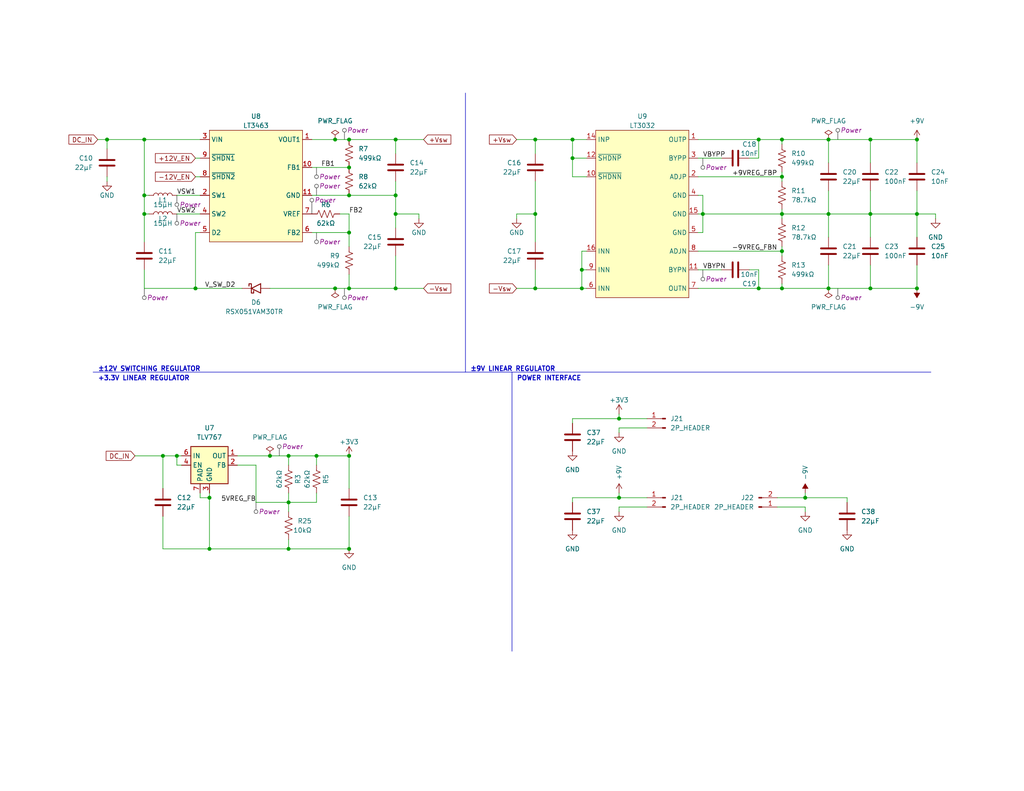
<source format=kicad_sch>
(kicad_sch (version 20230121) (generator eeschema)
  (paper "USLetter")
  (title_block (title "Baseboard") (date "2023-04-28") (rev "A") (company "Alessandro Rizzoni") (comment 1 "SCHEMATIC") (comment 2 "DRAFT") (comment 3 "AIR") (comment 5 "1: ALL COMPONENTS 25V RATING OR GREATER") (comment 6 "2: ALL RESISTORS LOW NOISE THIN FILM, 1% TOLERANCE OR SMALLER, 1/10W RATING OR GREATER") (comment 7 "3: ALL CAPACITORS MLCC, X5R OR X7R DIELECTRIC, 10% TOLERANCE OR SMALLER") (comment 8 "4: DO NOT POPULATE NOTE --TODO--") (comment 9 "5: PCB LAYOUT ACCORDING TO DATASHEET FOR ALL COMPONENTS"))
  (lib_symbols
    (symbol "+9V_1" (power) (pin_names (offset 0))
      (property "Value" "+9V_1" (at 0 3.556 0))
      (symbol "+9V_1_0_1"
        (polyline (pts (xy -0.762 1.27) (xy 0 2.54)))
        (polyline (pts (xy 0 0) (xy 0 2.54)))
        (polyline (pts (xy 0 2.54) (xy 0.762 1.27)))
      )
      (symbol "+9V_1_1_1"
        (pin power_in line (at 0 0 90) (length 0) hide (name "+9V") (number "1"))
      )
    )
    (symbol "-9V_1" (power) (pin_names (offset 0))
      (property "Value" "-9V_1" (at 0 3.81 0))
      (symbol "-9V_1_0_1"
        (polyline (pts (xy 0 0) (xy 0 2.54)))
        (polyline (pts (xy 0.762 1.27) (xy -0.762 1.27) (xy 0 2.54) (xy 0.762 1.27)) (fill (type outline)))
      )
      (symbol "-9V_1_1_1"
        (pin power_in line (at 0 0 90) (length 0) hide (name "-9V") (number "1"))
      )
    )
    (symbol "Connector:Conn_01x02_Male" (pin_names (offset 1.016) hide)
      (property "Reference" "J" (at 0 2.54 0))
      (property "Value" "Conn_01x02_Male" (at 0 -5.08 0))
      (symbol "Conn_01x02_Male_1_1"
        (polyline (pts (xy 1.27 -2.54) (xy 0.8636 -2.54)) (stroke (width 0.1524)))
        (polyline (pts (xy 1.27 0) (xy 0.8636 0)) (stroke (width 0.1524)))
        (rectangle (start 0.8636 -2.413) (end 0 -2.667) (stroke (width 0.1524)) (fill (type outline)))
        (rectangle (start 0.8636 0.127) (end 0 -0.127) (stroke (width 0.1524)) (fill (type outline)))
        (pin passive line (at 5.08 0 180) (length 3.81) (name "Pin_1") (number "1"))
        (pin passive line (at 5.08 -2.54 180) (length 3.81) (name "Pin_2") (number "2"))
      )
    )
    (symbol "Device:C" (pin_numbers hide) (pin_names (offset 0.254))
      (property "Reference" "C" (at 0.635 2.54 0))
      (property "Value" "C" (at 0.635 -2.54 0))
      (symbol "C_0_1"
        (polyline (pts (xy -2.032 -0.762) (xy 2.032 -0.762)) (stroke (width 0.508)))
        (polyline (pts (xy -2.032 0.762) (xy 2.032 0.762)) (stroke (width 0.508)))
      )
      (symbol "C_1_1"
        (pin passive line (at 0 3.81 270) (length 2.794) (name "~") (number "1"))
        (pin passive line (at 0 -3.81 90) (length 2.794) (name "~") (number "2"))
      )
    )
    (symbol "Device:L" (pin_numbers hide) (pin_names (offset 1.016) hide)
      (property "Reference" "L" (at -1.27 0 90))
      (property "Value" "L" (at 1.905 0 90))
      (symbol "L_0_1"
        (arc (start 0 -2.54) (mid 0.6323 -1.905) (end 0 -1.27))
        (arc (start 0 -1.27) (mid 0.6323 -0.635) (end 0 0))
        (arc (start 0 0) (mid 0.6323 0.635) (end 0 1.27))
        (arc (start 0 1.27) (mid 0.6323 1.905) (end 0 2.54))
      )
      (symbol "L_1_1"
        (pin passive line (at 0 3.81 270) (length 1.27) (name "1") (number "1"))
        (pin passive line (at 0 -3.81 90) (length 1.27) (name "2") (number "2"))
      )
    )
    (symbol "Device:R_US" (pin_numbers hide) (pin_names (offset 0))
      (property "Reference" "R" (at 2.54 0 90))
      (property "Value" "R_US" (at -2.54 0 90))
      (symbol "R_US_0_1"
        (polyline (pts (xy 0 -2.286) (xy 0 -2.54)))
        (polyline (pts (xy 0 2.286) (xy 0 2.54)))
        (polyline (pts (xy 0 -0.762) (xy 1.016 -1.143) (xy 0 -1.524) (xy -1.016 -1.905) (xy 0 -2.286)))
        (polyline (pts (xy 0 0.762) (xy 1.016 0.381) (xy 0 0) (xy -1.016 -0.381) (xy 0 -0.762)))
        (polyline (pts (xy 0 2.286) (xy 1.016 1.905) (xy 0 1.524) (xy -1.016 1.143) (xy 0 0.762)))
      )
      (symbol "R_US_1_1"
        (pin passive line (at 0 3.81 270) (length 1.27) (name "~") (number "1"))
        (pin passive line (at 0 -3.81 90) (length 1.27) (name "~") (number "2"))
      )
    )
    (symbol "Library:Ground" (power) (pin_names (offset 0))
      (property "Value" "Ground" (at 0 -3.81 0))
      (symbol "Ground_0_1"
        (polyline (pts (xy 0 0) (xy 0 -1.27) (xy 1.27 -1.27) (xy 0 -2.54) (xy -1.27 -1.27) (xy 0 -1.27)))
      )
      (symbol "Ground_1_1"
        (pin power_in line (at 0 0 270) (length 0) hide (name "GND") (number "1"))
      )
    )
    (symbol "Library:LT3032"
      (property "Reference" "U" (at 0 26.67 0))
      (property "Value" "LT3032" (at 0 24.13 0))
      (symbol "LT3032_0_0"
        (pin unspecified line (at 15.24 20.32 180) (length 2.54) (name "OUTP") (number "1"))
        (pin unspecified line (at 15.24 -15.24 180) (length 2.54) (name "BYPN") (number "11"))
        (pin unspecified line (at -15.24 15.24 0) (length 2.54) (name "~{SHDNP}") (number "12"))
        (pin no_connect line (at -15.24 0 0) (length 2.54) hide (name "NC") (number "13"))
        (pin unspecified line (at -15.24 20.32 0) (length 2.54) (name "INP") (number "14"))
        (pin unspecified line (at 15.24 0 180) (length 2.54) (name "GND") (number "15"))
        (pin unspecified line (at -15.24 -10.16 0) (length 2.54) (name "INN") (number "16"))
        (pin unspecified line (at 15.24 10.16 180) (length 2.54) (name "ADJP") (number "2"))
        (pin unspecified line (at 15.24 15.24 180) (length 2.54) (name "BYPP") (number "3"))
        (pin unspecified line (at 15.24 5.08 180) (length 2.54) (name "GND") (number "4"))
        (pin unspecified line (at 15.24 -5.08 180) (length 2.54) (name "GND") (number "5"))
        (pin unspecified line (at -15.24 -20.32 0) (length 2.54) (name "INN") (number "6"))
        (pin unspecified line (at 15.24 -20.32 180) (length 2.54) (name "OUTN") (number "7"))
        (pin unspecified line (at 15.24 -10.16 180) (length 2.54) (name "ADJN") (number "8"))
        (pin unspecified line (at -15.24 -15.24 0) (length 2.54) (name "INN") (number "9"))
      )
      (symbol "LT3032_0_1"
        (rectangle (start -12.7 22.86) (end 12.7 -22.86) (fill (type background)))
      )
      (symbol "LT3032_1_0"
        (pin unspecified line (at -15.24 10.16 0) (length 2.54) (name "~{SHDNN}") (number "10"))
      )
    )
    (symbol "Library:LT3463"
      (property "Reference" "U" (at 0 16.51 0))
      (property "Value" "LT3463" (at 0 13.97 0))
      (symbol "LT3463_0_1"
        (rectangle (start -12.7 12.7) (end 12.7 -17.78) (fill (type background)))
      )
      (symbol "LT3463_1_1"
        (pin unspecified line (at 15.24 10.16 180) (length 2.54) (name "VOUT1") (number "1"))
        (pin unspecified line (at 15.24 2.54 180) (length 2.54) (name "FB1") (number "10"))
        (pin power_in line (at 15.24 -5.08 180) (length 2.54) (name "GND") (number "11"))
        (pin unspecified line (at -15.24 -5.08 0) (length 2.54) (name "SW1") (number "2"))
        (pin power_in line (at -15.24 10.16 0) (length 2.54) (name "VIN") (number "3"))
        (pin unspecified line (at -15.24 -10.16 0) (length 2.54) (name "SW2") (number "4"))
        (pin unspecified line (at -15.24 -15.24 0) (length 2.54) (name "D2") (number "5"))
        (pin unspecified line (at 15.24 -15.24 180) (length 2.54) (name "FB2") (number "6"))
        (pin unspecified line (at 15.24 -10.16 180) (length 2.54) (name "VREF") (number "7"))
        (pin unspecified line (at -15.24 0 0) (length 2.54) (name "~{SHDN2}") (number "8"))
        (pin unspecified line (at -15.24 5.08 0) (length 2.54) (name "~{SHDN1}") (number "9"))
      )
    )
    (symbol "Library:RSX051VAM30TR" (pin_numbers hide) (pin_names (offset 1.016) hide)
      (property "Reference" "D5" (at 0 -3.81 0))
      (property "Value" "RSX051VAM30TR " (at 0 -6.35 0))
      (symbol "RSX051VAM30TR_0_1"
        (polyline (pts (xy 1.27 1.27) (xy 1.27 -1.27) (xy -1.27 0) (xy 1.27 1.27)) (stroke (width 0.254)))
        (polyline (pts (xy -1.905 0.635) (xy -1.905 1.27) (xy -1.27 1.27) (xy -1.27 -1.27) (xy -0.635 -1.27) (xy -0.635 -0.635)) (stroke (width 0.254)))
      )
      (symbol "RSX051VAM30TR_1_1"
        (pin passive line (at -3.81 0 0) (length 2.54) (name "K") (number "1"))
        (pin passive line (at 3.81 0 180) (length 2.54) (name "A") (number "2"))
      )
    )
    (symbol "PWR_FLAG_1" (power) (pin_numbers hide) (pin_names (offset 0) hide)
      (property "Value" "PWR_FLAG_1" (at 0 3.81 0))
      (symbol "PWR_FLAG_1_0_0"
        (pin power_out line (at 0 0 90) (length 0) (name "pwr") (number "1"))
      )
      (symbol "PWR_FLAG_1_0_1"
        (polyline (pts (xy 0 0) (xy 0 1.27) (xy -1.016 1.905) (xy 0 2.54) (xy 1.016 1.905) (xy 0 1.27)))
      )
    )
    (symbol "PWR_FLAG_2" (power) (pin_numbers hide) (pin_names (offset 0) hide)
      (property "Value" "PWR_FLAG_2" (at 0 3.81 0))
      (symbol "PWR_FLAG_2_0_0"
        (pin power_out line (at 0 0 90) (length 0) (name "pwr") (number "1"))
      )
      (symbol "PWR_FLAG_2_0_1"
        (polyline (pts (xy 0 0) (xy 0 1.27) (xy -1.016 1.905) (xy 0 2.54) (xy 1.016 1.905) (xy 0 1.27)))
      )
    )
    (symbol "PWR_FLAG_3" (power) (pin_numbers hide) (pin_names (offset 0) hide)
      (property "Value" "PWR_FLAG_3" (at 0 3.81 0))
      (symbol "PWR_FLAG_3_0_0"
        (pin power_out line (at 0 0 90) (length 0) (name "pwr") (number "1"))
      )
      (symbol "PWR_FLAG_3_0_1"
        (polyline (pts (xy 0 0) (xy 0 1.27) (xy -1.016 1.905) (xy 0 2.54) (xy 1.016 1.905) (xy 0 1.27)))
      )
    )
    (symbol "PWR_FLAG_4" (power) (pin_numbers hide) (pin_names (offset 0) hide)
      (property "Value" "PWR_FLAG_4" (at 0 3.81 0))
      (symbol "PWR_FLAG_4_0_0"
        (pin power_out line (at 0 0 90) (length 0) (name "pwr") (number "1"))
      )
      (symbol "PWR_FLAG_4_0_1"
        (polyline (pts (xy 0 0) (xy 0 1.27) (xy -1.016 1.905) (xy 0 2.54) (xy 1.016 1.905) (xy 0 1.27)))
      )
    )
    (symbol "Regulator_Linear:TLV76701DRVx"
      (property "Reference" "U" (at 0 8.89 0))
      (property "Value" "TLV76701DRVx" (at 0 6.35 0))
      (symbol "TLV76701DRVx_0_1"
        (rectangle (start -5.08 -5.08) (end 5.08 5.08) (stroke (width 0.254)) (fill (type background)))
      )
      (symbol "TLV76701DRVx_1_1"
        (pin power_out line (at 7.62 2.54 180) (length 2.54) (name "OUT") (number "1"))
        (pin input line (at 7.62 0 180) (length 2.54) (name "FB") (number "2"))
        (pin power_in line (at 0 -7.62 90) (length 2.54) (name "GND") (number "3"))
        (pin input line (at -7.62 0 0) (length 2.54) (name "EN") (number "4"))
        (pin passive line (at 0 -7.62 90) (length 2.54) hide (name "GND") (number "5"))
        (pin power_in line (at -7.62 2.54 0) (length 2.54) (name "IN") (number "6"))
        (pin passive line (at -2.54 -7.62 90) (length 2.54) (name "PAD") (number "7"))
      )
    )
    (symbol "power:+3V3" (power) (pin_names (offset 0))
      (property "Value" "+3V3" (at 0 3.556 0))
      (symbol "+3V3_0_1"
        (polyline (pts (xy -0.762 1.27) (xy 0 2.54)))
        (polyline (pts (xy 0 0) (xy 0 2.54)))
        (polyline (pts (xy 0 2.54) (xy 0.762 1.27)))
      )
      (symbol "+3V3_1_1"
        (pin power_in line (at 0 0 90) (length 0) hide (name "+3V3") (number "1"))
      )
    )
    (symbol "power:+9V" (power) (pin_names (offset 0))
      (property "Value" "+9V" (at 0 3.556 0))
      (symbol "+9V_0_1"
        (polyline (pts (xy -0.762 1.27) (xy 0 2.54)))
        (polyline (pts (xy 0 0) (xy 0 2.54)))
        (polyline (pts (xy 0 2.54) (xy 0.762 1.27)))
      )
      (symbol "+9V_1_1"
        (pin power_in line (at 0 0 90) (length 0) hide (name "+9V") (number "1"))
      )
    )
    (symbol "power:-9V" (power) (pin_names (offset 0))
      (property "Value" "-9V" (at 0 3.81 0))
      (symbol "-9V_0_1"
        (polyline (pts (xy 0 0) (xy 0 2.54)))
        (polyline (pts (xy 0.762 1.27) (xy -0.762 1.27) (xy 0 2.54) (xy 0.762 1.27)) (fill (type outline)))
      )
      (symbol "-9V_1_1"
        (pin power_in line (at 0 0 90) (length 0) hide (name "-9V") (number "1"))
      )
    )
    (symbol "power:PWR_FLAG" (power) (pin_numbers hide) (pin_names (offset 0) hide)
      (property "Value" "PWR_FLAG" (at 0 3.81 0))
      (symbol "PWR_FLAG_0_0"
        (pin power_out line (at 0 0 90) (length 0) (name "pwr") (number "1"))
      )
      (symbol "PWR_FLAG_0_1"
        (polyline (pts (xy 0 0) (xy 0 1.27) (xy -1.016 1.905) (xy 0 2.54) (xy 1.016 1.905) (xy 0 1.27)))
      )
    )
  )
  (junction (at 53.34 78.74))
  (junction (at 219.71 135.89))
  (junction (at 73.66 124.46))
  (junction (at 226.06 58.42))
  (junction (at 213.36 58.42))
  (junction (at 95.25 38.1))
  (junction (at 86.36 124.46))
  (junction (at 95.25 63.5))
  (junction (at 213.36 68.58))
  (junction (at 237.49 58.42))
  (junction (at 95.25 53.34))
  (junction (at 107.95 58.42))
  (junction (at 146.05 58.42))
  (junction (at 39.37 38.1))
  (junction (at 207.01 78.74))
  (junction (at 158.75 78.74))
  (junction (at 156.21 38.1))
  (junction (at 57.15 135.89))
  (junction (at 168.91 114.3))
  (junction (at 226.06 78.74))
  (junction (at 191.77 58.42))
  (junction (at 107.95 38.1))
  (junction (at 39.37 53.34))
  (junction (at 213.36 78.74))
  (junction (at 146.05 38.1))
  (junction (at 29.21 38.1))
  (junction (at 207.01 38.1))
  (junction (at 39.37 58.42))
  (junction (at 48.26 124.46))
  (junction (at 237.49 78.74))
  (junction (at 250.19 38.1))
  (junction (at 107.95 53.34))
  (junction (at 107.95 78.74))
  (junction (at 91.44 78.74))
  (junction (at 226.06 38.1))
  (junction (at 213.36 48.26))
  (junction (at 250.19 78.74))
  (junction (at 78.74 149.86))
  (junction (at 95.25 124.46))
  (junction (at 44.45 124.46))
  (junction (at 78.74 137.16))
  (junction (at 213.36 38.1))
  (junction (at 57.15 149.86))
  (junction (at 95.25 149.86))
  (junction (at 78.74 124.46))
  (junction (at 146.05 78.74))
  (junction (at 168.91 135.89))
  (junction (at 158.75 73.66))
  (junction (at 95.25 78.74))
  (junction (at 237.49 38.1))
  (junction (at 250.19 58.42))
  (junction (at 95.25 45.72))
  (junction (at 91.44 38.1))
  (junction (at 156.21 43.18))
  (wire (pts (xy 54.61 135.89) (xy 57.15 135.89)))
  (wire (pts (xy 57.15 134.62) (xy 57.15 135.89)))
  (wire (pts (xy 207.01 73.66) (xy 207.01 78.74)))
  (wire (pts (xy 69.85 127) (xy 69.85 137.16)))
  (wire (pts (xy 213.36 68.58) (xy 213.36 69.85)))
  (wire (pts (xy 107.95 49.53) (xy 107.95 53.34)))
  (wire (pts (xy 78.74 124.46) (xy 78.74 127)))
  (wire (pts (xy 78.74 149.86) (xy 95.25 149.86)))
  (wire (pts (xy 146.05 38.1) (xy 156.21 38.1)))
  (wire (pts (xy 191.77 63.5) (xy 190.5 63.5)))
  (wire (pts (xy 255.27 58.42) (xy 255.27 59.69)))
  (wire (pts (xy 86.36 124.46) (xy 86.36 127)))
  (wire (pts (xy 207.01 78.74) (xy 213.36 78.74)))
  (wire (pts (xy 44.45 149.86) (xy 57.15 149.86)))
  (wire (pts (xy 213.36 48.26) (xy 213.36 49.53)))
  (wire (pts (xy 212.09 135.89) (xy 219.71 135.89)))
  (wire (pts (xy 146.05 73.66) (xy 146.05 78.74)))
  (wire (pts (xy 107.95 53.34) (xy 107.95 58.42)))
  (wire (pts (xy 191.77 53.34) (xy 191.77 58.42)))
  (wire (pts (xy 158.75 78.74) (xy 160.02 78.74)))
  (wire (pts (xy 219.71 138.43) (xy 212.09 138.43)))
  (wire (pts (xy 40.64 53.34) (xy 39.37 53.34)))
  (wire (pts (xy 156.21 48.26) (xy 160.02 48.26)))
  (wire (pts (xy 95.25 38.1) (xy 107.95 38.1)))
  (wire (pts (xy 168.91 135.89) (xy 156.21 135.89)))
  (wire (pts (xy 107.95 69.85) (xy 107.95 78.74)))
  (wire (pts (xy 158.75 68.58) (xy 158.75 73.66)))
  (wire (pts (xy 226.06 58.42) (xy 237.49 58.42)))
  (wire (pts (xy 48.26 127) (xy 48.26 124.46)))
  (wire (pts (xy 191.77 58.42) (xy 191.77 63.5)))
  (wire (pts (xy 213.36 58.42) (xy 213.36 57.15)))
  (wire (pts (xy 146.05 38.1) (xy 146.05 41.91)))
  (wire (pts (xy 78.74 137.16) (xy 78.74 134.62)))
  (wire (pts (xy 226.06 78.74) (xy 237.49 78.74)))
  (wire (pts (xy 168.91 118.11) (xy 168.91 116.84)))
  (wire (pts (xy 29.21 48.26) (xy 29.21 49.53)))
  (wire (pts (xy 53.34 48.26) (xy 54.61 48.26)))
  (wire (pts (xy 250.19 52.07) (xy 250.19 58.42)))
  (wire (pts (xy 39.37 78.74) (xy 53.34 78.74)))
  (wire (pts (xy 91.44 38.1) (xy 95.25 38.1)))
  (wire (pts (xy 73.66 78.74) (xy 91.44 78.74)))
  (wire (pts (xy 213.36 58.42) (xy 226.06 58.42)))
  (wire (pts (xy 156.21 38.1) (xy 160.02 38.1)))
  (wire (pts (xy 73.66 124.46) (xy 78.74 124.46)))
  (wire (pts (xy 78.74 147.32) (xy 78.74 149.86)))
  (wire (pts (xy 190.5 43.18) (xy 196.85 43.18)))
  (wire (pts (xy 64.77 127) (xy 69.85 127)))
  (wire (pts (xy 86.36 124.46) (xy 95.25 124.46)))
  (wire (pts (xy 213.36 38.1) (xy 213.36 39.37)))
  (wire (pts (xy 250.19 58.42) (xy 255.27 58.42)))
  (wire (pts (xy 39.37 38.1) (xy 54.61 38.1)))
  (wire (pts (xy 85.09 45.72) (xy 95.25 45.72)))
  (wire (pts (xy 237.49 58.42) (xy 250.19 58.42)))
  (wire (pts (xy 44.45 124.46) (xy 44.45 133.35)))
  (wire (pts (xy 160.02 68.58) (xy 158.75 68.58)))
  (wire (pts (xy 49.53 127) (xy 48.26 127)))
  (wire (pts (xy 190.5 78.74) (xy 207.01 78.74)))
  (polyline (pts (xy 127 25.4) (xy 127 101.6)))
  (wire (pts (xy 86.36 137.16) (xy 86.36 134.62)))
  (wire (pts (xy 140.97 78.74) (xy 146.05 78.74)))
  (wire (pts (xy 107.95 38.1) (xy 107.95 41.91)))
  (wire (pts (xy 85.09 63.5) (xy 95.25 63.5)))
  (wire (pts (xy 237.49 38.1) (xy 250.19 38.1)))
  (wire (pts (xy 226.06 78.74) (xy 213.36 78.74)))
  (wire (pts (xy 204.47 73.66) (xy 207.01 73.66)))
  (wire (pts (xy 237.49 58.42) (xy 237.49 64.77)))
  (wire (pts (xy 213.36 67.31) (xy 213.36 68.58)))
  (wire (pts (xy 207.01 43.18) (xy 207.01 38.1)))
  (wire (pts (xy 39.37 58.42) (xy 39.37 66.04)))
  (wire (pts (xy 226.06 52.07) (xy 226.06 58.42)))
  (wire (pts (xy 146.05 49.53) (xy 146.05 58.42)))
  (wire (pts (xy 91.44 78.74) (xy 95.25 78.74)))
  (wire (pts (xy 190.5 58.42) (xy 191.77 58.42)))
  (wire (pts (xy 191.77 58.42) (xy 213.36 58.42)))
  (wire (pts (xy 140.97 38.1) (xy 146.05 38.1)))
  (wire (pts (xy 213.36 48.26) (xy 213.36 46.99)))
  (wire (pts (xy 204.47 43.18) (xy 207.01 43.18)))
  (wire (pts (xy 250.19 58.42) (xy 250.19 64.77)))
  (wire (pts (xy 78.74 137.16) (xy 86.36 137.16)))
  (wire (pts (xy 219.71 134.62) (xy 219.71 135.89)))
  (wire (pts (xy 168.91 138.43) (xy 176.53 138.43)))
  (wire (pts (xy 36.83 124.46) (xy 44.45 124.46)))
  (wire (pts (xy 146.05 58.42) (xy 146.05 66.04)))
  (wire (pts (xy 250.19 38.1) (xy 250.19 44.45)))
  (wire (pts (xy 95.25 67.31) (xy 95.25 63.5)))
  (wire (pts (xy 168.91 114.3) (xy 156.21 114.3)))
  (wire (pts (xy 158.75 73.66) (xy 160.02 73.66)))
  (wire (pts (xy 95.25 124.46) (xy 95.25 133.35)))
  (wire (pts (xy 48.26 53.34) (xy 54.61 53.34)))
  (wire (pts (xy 53.34 63.5) (xy 54.61 63.5)))
  (wire (pts (xy 250.19 72.39) (xy 250.19 78.74)))
  (wire (pts (xy 92.71 58.42) (xy 95.25 58.42)))
  (wire (pts (xy 44.45 124.46) (xy 48.26 124.46)))
  (wire (pts (xy 237.49 72.39) (xy 237.49 78.74)))
  (wire (pts (xy 95.25 78.74) (xy 107.95 78.74)))
  (wire (pts (xy 168.91 113.03) (xy 168.91 114.3)))
  (wire (pts (xy 219.71 135.89) (xy 231.14 135.89)))
  (wire (pts (xy 57.15 135.89) (xy 57.15 149.86)))
  (wire (pts (xy 29.21 38.1) (xy 29.21 40.64)))
  (wire (pts (xy 237.49 52.07) (xy 237.49 58.42)))
  (wire (pts (xy 146.05 78.74) (xy 158.75 78.74)))
  (wire (pts (xy 48.26 58.42) (xy 54.61 58.42)))
  (wire (pts (xy 168.91 139.7) (xy 168.91 138.43)))
  (wire (pts (xy 53.34 63.5) (xy 53.34 78.74)))
  (wire (pts (xy 64.77 124.46) (xy 73.66 124.46)))
  (wire (pts (xy 107.95 38.1) (xy 115.57 38.1)))
  (wire (pts (xy 168.91 114.3) (xy 176.53 114.3)))
  (wire (pts (xy 95.25 53.34) (xy 107.95 53.34)))
  (wire (pts (xy 226.06 44.45) (xy 226.06 38.1)))
  (wire (pts (xy 231.14 135.89) (xy 231.14 137.16)))
  (wire (pts (xy 156.21 48.26) (xy 156.21 43.18)))
  (wire (pts (xy 95.25 58.42) (xy 95.25 63.5)))
  (wire (pts (xy 95.25 140.97) (xy 95.25 149.86)))
  (polyline (pts (xy 139.7 101.6) (xy 139.7 177.8)))
  (wire (pts (xy 114.3 58.42) (xy 114.3 59.69)))
  (wire (pts (xy 140.97 58.42) (xy 140.97 59.69)))
  (wire (pts (xy 190.5 68.58) (xy 213.36 68.58)))
  (wire (pts (xy 226.06 72.39) (xy 226.06 78.74)))
  (wire (pts (xy 190.5 48.26) (xy 213.36 48.26)))
  (wire (pts (xy 168.91 135.89) (xy 176.53 135.89)))
  (wire (pts (xy 156.21 43.18) (xy 160.02 43.18)))
  (wire (pts (xy 140.97 58.42) (xy 146.05 58.42)))
  (wire (pts (xy 190.5 38.1) (xy 207.01 38.1)))
  (wire (pts (xy 190.5 53.34) (xy 191.77 53.34)))
  (wire (pts (xy 40.64 58.42) (xy 39.37 58.42)))
  (wire (pts (xy 53.34 43.18) (xy 54.61 43.18)))
  (wire (pts (xy 107.95 58.42) (xy 107.95 62.23)))
  (wire (pts (xy 226.06 38.1) (xy 213.36 38.1)))
  (wire (pts (xy 26.67 38.1) (xy 29.21 38.1)))
  (wire (pts (xy 226.06 58.42) (xy 226.06 64.77)))
  (wire (pts (xy 156.21 43.18) (xy 156.21 38.1)))
  (wire (pts (xy 237.49 38.1) (xy 237.49 44.45)))
  (wire (pts (xy 168.91 134.62) (xy 168.91 135.89)))
  (wire (pts (xy 213.36 58.42) (xy 213.36 59.69)))
  (wire (pts (xy 219.71 139.7) (xy 219.71 138.43)))
  (wire (pts (xy 95.25 74.93) (xy 95.25 78.74)))
  (wire (pts (xy 168.91 116.84) (xy 176.53 116.84)))
  (wire (pts (xy 107.95 78.74) (xy 115.57 78.74)))
  (wire (pts (xy 39.37 73.66) (xy 39.37 78.74)))
  (wire (pts (xy 156.21 135.89) (xy 156.21 137.16)))
  (wire (pts (xy 44.45 140.97) (xy 44.45 149.86)))
  (wire (pts (xy 85.09 38.1) (xy 91.44 38.1)))
  (wire (pts (xy 39.37 53.34) (xy 39.37 58.42)))
  (wire (pts (xy 78.74 137.16) (xy 78.74 139.7)))
  (wire (pts (xy 48.26 124.46) (xy 49.53 124.46)))
  (wire (pts (xy 53.34 78.74) (xy 66.04 78.74)))
  (wire (pts (xy 57.15 149.86) (xy 78.74 149.86)))
  (wire (pts (xy 226.06 38.1) (xy 237.49 38.1)))
  (wire (pts (xy 39.37 38.1) (xy 39.37 53.34)))
  (wire (pts (xy 78.74 124.46) (xy 86.36 124.46)))
  (wire (pts (xy 158.75 73.66) (xy 158.75 78.74)))
  (wire (pts (xy 54.61 134.62) (xy 54.61 135.89)))
  (wire (pts (xy 250.19 78.74) (xy 237.49 78.74)))
  (wire (pts (xy 29.21 38.1) (xy 39.37 38.1)))
  (wire (pts (xy 107.95 58.42) (xy 114.3 58.42)))
  (wire (pts (xy 85.09 53.34) (xy 95.25 53.34)))
  (polyline (pts (xy 25.4 101.6) (xy 254 101.6)))
  (wire (pts (xy 156.21 114.3) (xy 156.21 115.57)))
  (wire (pts (xy 213.36 77.47) (xy 213.36 78.74)))
  (wire (pts (xy 69.85 137.16) (xy 78.74 137.16)))
  (wire (pts (xy 207.01 38.1) (xy 213.36 38.1)))
  (wire (pts (xy 196.85 73.66) (xy 190.5 73.66)))
  (text "POWER INTERFACE" (at 140.97 104.14 0) (effects (font (size 1.27 1.27) bold) (justify left bottom)))
  (text "±12V SWITCHING REGULATOR" (at 26.67 101.6 0) (effects (font (size 1.27 1.27) bold) (justify left bottom)))
  (text "±9V LINEAR REGULATOR" (at 128.27 101.6 0) (effects (font (size 1.27 1.27) bold) (justify left bottom)))
  (text "+3.3V LINEAR REGULATOR" (at 26.67 104.14 0) (effects (font (size 1.27 1.27) bold) (justify left bottom)))
  (label "5VREG_FB" (at 69.85 137.16 180))
  (label "VBYPN" (at 191.77 73.66 0))
  (label "+9VREG_FBP" (at 212.09 48.26 180))
  (label "FB2" (at 95.25 58.42 0))
  (label "FB1" (at 87.63 45.72 0))
  (label "-9VREG_FBN" (at 212.09 68.58 180))
  (label "VBYPP" (at 191.77 43.18 0))
  (label "V_SW_D2" (at 55.88 78.74 0))
  (label "VSW2" (at 48.26 58.42 0))
  (label "VSW1" (at 48.26 53.34 0))
  (global_label "DC_IN" (shape input) (at 36.83 124.46 180) (property "Intersheetrefs" "${INTERSHEET_REFS}" (effects hide)))
  (global_label "-Vsw" (shape input) (at 140.97 78.74 180) (property "Intersheetrefs" "${INTERSHEET_REFS}" (effects hide)))
  (global_label "+12V_EN" (shape input) (at 53.34 43.18 180) (property "Intersheetrefs" "${INTERSHEET_REFS}" (effects hide)))
  (global_label "+Vsw" (shape input) (at 115.57 38.1 0) (property "Intersheetrefs" "${INTERSHEET_REFS}" (effects hide)))
  (global_label "+Vsw" (shape input) (at 140.97 38.1 180) (property "Intersheetrefs" "${INTERSHEET_REFS}" (effects hide)))
  (global_label "-12V_EN" (shape input) (at 53.34 48.26 180) (property "Intersheetrefs" "${INTERSHEET_REFS}" (effects hide)))
  (global_label "-Vsw" (shape input) (at 115.57 78.74 0) (property "Intersheetrefs" "${INTERSHEET_REFS}" (effects hide)))
  (global_label "DC_IN" (shape input) (at 26.67 38.1 180) (property "Intersheetrefs" "${INTERSHEET_REFS}" (effects hide)))
  (netclass_flag "" (length 2.54) (shape round) (at 69.85 137.16 180) (property "Power" "Power" (at 70.5485 139.7 0) (effects (font italic) (justify left))))
  (netclass_flag "" (length 2.54) (shape round) (at 191.77 73.66 180) (property "Power" "Power" (at 192.4685 76.2 0) (effects (font italic) (justify left))))
  (netclass_flag "" (length 2.54) (shape round) (at 228.6 78.74 180) (property "Power" "Power" (at 229.2985 81.28 0) (effects (font italic) (justify left))))
  (netclass_flag "" (length 2.54) (shape round) (at 76.2 124.46 0) (property "Power" "Power" (at 76.8985 121.92 0) (effects (font italic) (justify left))))
  (netclass_flag "" (length 2.54) (shape round) (at 48.26 53.34 180) (property "Power" "Power" (at 48.9585 55.88 0) (effects (font italic) (justify left))))
  (netclass_flag "" (length 2.54) (shape round) (at 86.36 45.72 180) (property "Power" "Power" (at 87.0585 48.26 0) (effects (font italic) (justify left))))
  (netclass_flag "" (length 2.54) (shape round) (at 93.98 38.1 0) (property "Power" "Power" (at 94.6785 35.56 0) (effects (font italic) (justify left))))
  (netclass_flag "" (length 2.54) (shape round) (at 228.6 38.1 0) (property "Power" "Power" (at 229.2985 35.56 0) (effects (font italic) (justify left))))
  (netclass_flag "" (length 2.54) (shape round) (at 39.37 78.74 180) (property "Power" "Power" (at 40.0685 81.28 0) (effects (font italic) (justify left))))
  (netclass_flag "" (length 3.78) (shape round) (at 85.09 58.42 0) (property "Power" "Power" (at 85.7885 54.64 0) (effects (font italic) (justify left))))
  (netclass_flag "" (length 2.54) (shape round) (at 93.98 78.74 180) (property "Power" "Power" (at 94.6785 81.28 0) (effects (font italic) (justify left))))
  (netclass_flag "" (length 2.54) (shape round) (at 86.36 53.34 0) (property "Power" "Power" (at 87.0585 50.8 0) (effects (font italic) (justify left))))
  (netclass_flag "" (length 2.54) (shape round) (at 48.26 58.42 180) (property "Power" "Power" (at 48.9585 60.96 0) (effects (font italic) (justify left))))
  (netclass_flag "" (length 2.54) (shape round) (at 191.77 43.18 180) (property "Power" "Power" (at 192.4685 45.72 0) (effects (font italic) (justify left))))
  (netclass_flag "" (length 2.54) (shape round) (at 86.36 63.5 180) (property "Power" "Power" (at 87.0585 66.04 0) (effects (font italic) (justify left))))
  (symbol (lib_id "Connector:Conn_01x02_Male") (at 181.61 135.89 0) (mirror y) (unit 1)
    (property "Reference" "J21" (at 182.88 135.8899 0) (effects (justify right)))
    (property "Value" "2P_HEADER" (at 182.88 138.4299 0) (effects (justify right)))
    (property "Footprint" "Connector_PinSocket_2.54mm:PinSocket_1x02_P2.54mm_Vertical" (effects hide))
    (property "Manufacturer" "Samtec" (effects hide))
    (instances (project "1590N1 IO Board" (path "" (reference "J21") (unit 1)) (path "" (reference "J21") (unit 1)) (path "" (reference "J6") (unit 1))))
  )
  (symbol (lib_id "Device:R_US") (at 213.36 73.66 0) (unit 1)
    (property "Reference" "R13" (at 215.9 72.3899 0) (effects (justify left)))
    (property "Value" "499kΩ" (at 215.9 74.9299 0) (effects (justify left)))
    (property "Footprint" "Resistor_SMD:R_0603_1608Metric" (effects hide))
    (property "Datasheet" "https://www.koaspeer.com/products/resistors/thin-film/rn73h/" (effects hide))
    (property "Manufacturer" "Koa Speer" (effects hide))
    (property "Part Number" "RN73H1JTTD4993F100" (effects hide))
  )
  (symbol (lib_id "Library:RSX051VAM30TR") (at 69.85 78.74 0) (unit 1)
    (property "Reference" "D6" (at 69.85 82.55 0))
    (property "Value" "RSX051VAM30TR " (at 69.85 85.09 0))
    (property "Footprint" "Library:SOD-323HE" (effects hide))
    (property "Datasheet" "https://www.rohm.com/datasheet?p=RSX051VAM30&dist=Digi-key&media=referral&source=digi-key.com&campaign=Digi-key" (effects hide))
    (property "Part Number" "RSX051VAM30TR " (effects hide))
    (property "Manufacturer" "Rohm Semiconductor" (effects hide))
  )
  (symbol (lib_id "Library:Ground") (at 168.91 118.11 0) (unit 1)
    (property "Reference" "#PWR056" (effects hide))
    (property "Value" "Ground" (at 168.91 123.19 0))
    (instances (project "1590N1 IO Board" (path "" (reference "#PWR056") (unit 1)) (path "" (reference "#PWR047") (unit 1)) (path "" (reference "#PWR052") (unit 1))))
  )
  (symbol (lib_id "Device:R_US") (at 213.36 43.18 0) (unit 1)
    (property "Reference" "R10" (at 215.9 41.91 0) (effects (justify left)))
    (property "Value" "499kΩ" (at 215.9 44.45 0) (effects (justify left)))
    (property "Footprint" "Resistor_SMD:R_0603_1608Metric" (effects hide))
    (property "Datasheet" "https://www.koaspeer.com/products/resistors/thin-film/rn73h/" (effects hide))
    (property "Manufacturer" "Koa Speer" (effects hide))
    (property "Part Number" "RN73H1JTTD4993F100" (effects hide))
  )
  (symbol (lib_id "Device:R_US") (at 78.74 143.51 0) (unit 1)
    (property "Reference" "R25" (at 85.09 142.24 0) (effects (justify right)))
    (property "Value" "10kΩ" (at 85.09 144.78 0) (effects (justify right)))
    (property "Footprint" "Resistor_SMD:R_0603_1608Metric" (effects hide))
    (property "Datasheet" "https://www.koaspeer.com/products/resistors/thin-film/rn73h/" (effects hide))
    (property "Manufacturer" "Koa Speer" (effects hide))
    (property "Part Number" "RN73H1JTTD1002F100" (effects hide))
    (instances (project "1590N1 IO Board" (path "" (reference "R25") (unit 1)) (path "" (reference "R4") (unit 1))))
  )
  (symbol (lib_id "Device:C") (at 44.45 137.16 180) (unit 1)
    (property "Reference" "C12" (at 48.26 135.89 0) (effects (justify right)))
    (property "Value" "22μF" (at 48.26 138.43 0) (effects (justify right)))
    (property "Footprint" "Capacitor_SMD:C_0805_2012Metric" (effects hide))
    (property "Datasheet" "https://www.murata.com/en-us/products/capacitor/ceramiccapacitor/overview/lineup/smd/grm#anchor-2" (effects hide))
    (property "Manufacturer" "Murata" (effects hide))
    (property "Part Number" "GRM21BR61E226ME44L" (effects hide))
  )
  (symbol (lib_id "Device:C") (at 107.95 45.72 180) (unit 1)
    (property "Reference" "C14" (at 111.76 44.45 0) (effects (justify right)))
    (property "Value" "22μF" (at 111.76 46.99 0) (effects (justify right)))
    (property "Footprint" "Capacitor_SMD:C_0805_2012Metric" (effects hide))
    (property "Datasheet" "https://www.murata.com/en-us/products/capacitor/ceramiccapacitor/overview/lineup/smd/grm#anchor-2" (effects hide))
    (property "Manufacturer" "Murata" (effects hide))
    (property "Part Number" "GRM21BR61E226ME44L" (effects hide))
  )
  (symbol (lib_id "Regulator_Linear:TLV76701DRVx") (at 57.15 127 0) (unit 1)
    (property "Reference" "U7" (at 57.15 116.84 0))
    (property "Value" "TLV767" (at 57.15 119.38 0))
    (property "Footprint" "Package_SON:WSON-6-1EP_2x2mm_P0.65mm_EP1x1.6mm_ThermalVias" (effects hide))
    (property "Datasheet" "www.ti.com/lit/gpn/TLV767" (effects hide))
    (property "Manufacturer" "Texas Instruments" (effects hide))
    (property "Part Number" "TLV76701DRVR" (effects hide))
  )
  (symbol (lib_id "Device:C") (at 237.49 68.58 0) (mirror x) (unit 1)
    (property "Reference" "C23" (at 241.3 67.31 0) (effects (justify left)))
    (property "Value" "100nF" (at 241.3 69.85 0) (effects (justify left)))
    (property "Footprint" "Capacitor_SMD:C_1206_3216Metric" (effects hide))
    (property "Datasheet" "https://www.murata.com/en-us/products/capacitor/ceramiccapacitor/overview/lineup/smd/grm#anchor-2" (effects hide))
    (property "Manufacturer" "Murata" (effects hide))
    (property "Part Number" "GRM31C5C1H104JA01K" (effects hide))
  )
  (symbol (lib_name "PWR_FLAG_4") (lib_id "power:PWR_FLAG") (at 91.44 78.74 180) (unit 1)
    (property "Reference" "#FLG05" (effects hide))
    (property "Value" "PWR_FLAG" (at 91.44 83.82 0))
  )
  (symbol (lib_id "Device:C") (at 200.66 73.66 270) (unit 1)
    (property "Reference" "C19" (at 204.47 77.47 90))
    (property "Value" "10nF" (at 204.47 74.93 90))
    (property "Footprint" "Capacitor_SMD:C_0603_1608Metric" (effects hide))
    (property "Datasheet" "https://www.murata.com/en-us/products/capacitor/ceramiccapacitor/overview/lineup/smd/grm#anchor-2" (effects hide))
    (property "Manufacturer" "Murata" (effects hide))
    (property "Part Number" "GRM1885C1H103JA01J" (effects hide))
  )
  (symbol (lib_id "Device:R_US") (at 86.36 130.81 0) (unit 1)
    (property "Reference" "R5" (at 88.9 130.81 90))
    (property "Value" "62kΩ" (at 83.82 130.81 90))
    (property "Footprint" "Resistor_SMD:R_0603_1608Metric" (effects hide))
    (property "Datasheet" "https://www.koaspeer.com/products/resistors/thin-film/rn73h/" (effects hide))
    (property "Manufacturer" "Koa Speer" (effects hide))
    (property "Part Number" "RN73H1JTTD6202F100" (effects hide))
  )
  (symbol (lib_name "PWR_FLAG_3") (lib_id "power:PWR_FLAG") (at 73.66 124.46 0) (unit 1)
    (property "Reference" "#FLG03" (effects hide))
    (property "Value" "PWR_FLAG" (at 73.66 119.38 0))
  )
  (symbol (lib_id "Device:C") (at 250.19 68.58 0) (unit 1)
    (property "Reference" "C25" (at 254 67.31 0) (effects (justify left)))
    (property "Value" "10nF" (at 254 69.85 0) (effects (justify left)))
    (property "Footprint" "Capacitor_SMD:C_0603_1608Metric" (effects hide))
    (property "Datasheet" "https://www.murata.com/en-us/products/capacitor/ceramiccapacitor/overview/lineup/smd/grm#anchor-2" (effects hide))
    (property "Manufacturer" "Murata" (effects hide))
    (property "Part Number" "GRM1885C1H103JA01J" (effects hide))
  )
  (symbol (lib_id "Library:Ground") (at 95.25 149.86 0) (unit 1)
    (property "Reference" "#PWR012" (effects hide))
    (property "Value" "Ground" (at 95.25 154.94 0))
  )
  (symbol (lib_id "Device:C") (at 250.19 48.26 0) (unit 1)
    (property "Reference" "C24" (at 254 46.99 0) (effects (justify left)))
    (property "Value" "10nF" (at 254 49.53 0) (effects (justify left)))
    (property "Footprint" "Capacitor_SMD:C_0603_1608Metric" (effects hide))
    (property "Datasheet" "https://www.murata.com/en-us/products/capacitor/ceramiccapacitor/overview/lineup/smd/grm#anchor-2" (effects hide))
    (property "Manufacturer" "Murata" (effects hide))
    (property "Part Number" "GRM1885C1H103JA01J" (effects hide))
  )
  (symbol (lib_id "Library:Ground") (at 156.21 144.78 0) (unit 1)
    (property "Reference" "#PWR047" (effects hide))
    (property "Value" "Ground" (at 156.21 149.86 0))
    (instances (project "1590N1 IO Board" (path "" (reference "#PWR047") (unit 1)) (path "" (reference "#PWR045") (unit 1)) (path "" (reference "#PWR018") (unit 1))))
  )
  (symbol (lib_id "Device:C") (at 156.21 140.97 180) (unit 1)
    (property "Reference" "C37" (at 160.02 139.7 0) (effects (justify right)))
    (property "Value" "22μF" (at 162.56 142.24 0))
    (property "Footprint" "Capacitor_SMD:C_0805_2012Metric" (effects hide))
    (property "Datasheet" "https://www.murata.com/en-us/products/capacitor/ceramiccapacitor/overview/lineup/smd/grm#anchor-2" (effects hide))
    (property "Manufacturer" "Murata" (effects hide))
    (property "Part Number" "GRM21BR61E226ME44L" (effects hide))
    (instances (project "1590N1 IO Board" (path "" (reference "C37") (unit 1)) (path "" (reference "C33") (unit 1)) (path "" (reference "C26") (unit 1))))
  )
  (symbol (lib_id "Device:R_US") (at 213.36 63.5 0) (unit 1)
    (property "Reference" "R12" (at 215.9 62.2299 0) (effects (justify left)))
    (property "Value" "78.7kΩ" (at 215.9 64.7699 0) (effects (justify left)))
    (property "Footprint" "Resistor_SMD:R_0603_1608Metric" (effects hide))
    (property "Datasheet" "https://www.koaspeer.com/products/resistors/thin-film/rn73h/" (effects hide))
    (property "Manufacturer" "Koa Speer" (effects hide))
    (property "Part Number" "RN73H1JTTD7772F100" (effects hide))
  )
  (symbol (lib_id "Library:Ground") (at 29.21 49.53 0) (unit 1)
    (property "Reference" "#PWR010" (effects hide))
    (property "Value" "Ground" (at 29.21 53.34 0))
  )
  (symbol (lib_id "power:+3V3") (at 168.91 113.03 0) (unit 1)
    (property "Reference" "#PWR047" (effects hide))
    (property "Value" "+3V3" (at 168.91 109.22 0))
  )
  (symbol (lib_id "Device:C") (at 231.14 140.97 180) (unit 1)
    (property "Reference" "C38" (at 234.95 139.7 0) (effects (justify right)))
    (property "Value" "22μF" (at 237.49 142.24 0))
    (property "Footprint" "Capacitor_SMD:C_0805_2012Metric" (effects hide))
    (property "Datasheet" "https://www.murata.com/en-us/products/capacitor/ceramiccapacitor/overview/lineup/smd/grm#anchor-2" (effects hide))
    (property "Manufacturer" "Murata" (effects hide))
    (property "Part Number" "GRM21BR61E226ME44L" (effects hide))
    (instances (project "1590N1 IO Board" (path "" (reference "C38") (unit 1)) (path "" (reference "C34") (unit 1)) (path "" (reference "C27") (unit 1))))
  )
  (symbol (lib_id "Device:C") (at 29.21 44.45 180) (unit 1)
    (property "Reference" "C10" (at 25.4 43.18 0) (effects (justify left)))
    (property "Value" "22μF" (at 25.4 45.72 0) (effects (justify left)))
    (property "Footprint" "Capacitor_SMD:C_0805_2012Metric" (effects hide))
    (property "Datasheet" "https://www.murata.com/en-us/products/capacitor/ceramiccapacitor/overview/lineup/smd/grm#anchor-2" (effects hide))
    (property "Manufacturer" "Murata" (effects hide))
    (property "Part Number" "GRM21BR61E226ME44L" (effects hide))
  )
  (symbol (lib_id "power:+9V") (at 168.91 134.62 0) (unit 1)
    (property "Reference" "#PWR052" (effects hide))
    (property "Value" "+9V" (at 168.91 127 90) (effects (justify right)))
    (instances (project "1590N1 IO Board" (path "" (reference "#PWR052") (unit 1)) (path "" (reference "#PWR046") (unit 1)) (path "" (reference "#PWR019") (unit 1))))
  )
  (symbol (lib_id "Library:Ground") (at 219.71 139.7 0) (mirror y) (unit 1)
    (property "Reference" "#PWR058" (effects hide))
    (property "Value" "Ground" (at 219.71 144.78 0))
    (instances (project "1590N1 IO Board" (path "" (reference "#PWR058") (unit 1)) (path "" (reference "#PWR054") (unit 1)) (path "" (reference "#PWR022") (unit 1))))
  )
  (symbol (lib_id "Device:C") (at 146.05 45.72 180) (unit 1)
    (property "Reference" "C16" (at 142.24 44.45 0) (effects (justify left)))
    (property "Value" "22μF" (at 142.24 46.99 0) (effects (justify left)))
    (property "Footprint" "Capacitor_SMD:C_0805_2012Metric" (effects hide))
    (property "Datasheet" "https://www.murata.com/en-us/products/capacitor/ceramiccapacitor/overview/lineup/smd/grm#anchor-2" (effects hide))
    (property "Manufacturer" "Murata" (effects hide))
    (property "Part Number" "GRM21BR61E226ME44L" (effects hide))
  )
  (symbol (lib_id "power:+3V3") (at 95.25 124.46 0) (unit 1)
    (property "Reference" "#PWR011" (effects hide))
    (property "Value" "+3V3" (at 95.25 120.65 0))
  )
  (symbol (lib_id "Device:R_US") (at 88.9 58.42 90) (unit 1)
    (property "Reference" "R6" (at 88.9 55.88 90))
    (property "Value" "62kΩ" (at 88.9 60.96 90))
    (property "Footprint" "Resistor_SMD:R_0603_1608Metric" (effects hide))
    (property "Datasheet" "https://www.koaspeer.com/products/resistors/thin-film/rn73h/" (effects hide))
    (property "Manufacturer" "Koa Speer" (effects hide))
    (property "Part Number" "RN73H1JTTD6202F100" (effects hide))
  )
  (symbol (lib_name "PWR_FLAG_1") (lib_id "power:PWR_FLAG") (at 226.06 38.1 0) (unit 1)
    (property "Reference" "#FLG06" (effects hide))
    (property "Value" "PWR_FLAG" (at 226.06 33.02 0))
  )
  (symbol (lib_id "Library:Ground") (at 231.14 144.78 0) (unit 1)
    (property "Reference" "#PWR059" (effects hide))
    (property "Value" "Ground" (at 231.14 149.86 0))
    (instances (project "1590N1 IO Board" (path "" (reference "#PWR059") (unit 1)) (path "" (reference "#PWR055") (unit 1)) (path "" (reference "#PWR023") (unit 1))))
  )
  (symbol (lib_id "Device:L") (at 44.45 58.42 90) (unit 1)
    (property "Reference" "L2" (at 44.45 59.69 90))
    (property "Value" "15μH" (at 44.45 60.96 90))
    (property "Footprint" "Library:L_Taiyo-Yuden_NR-24xx" (effects hide))
    (property "Datasheet" "https://media.digikey.com/pdf/Data%20Sheets/Taiyo%20Yuden%20PDFs%20URL%20links/NRH2410T220MN_SS.pdf" (effects hide))
    (property "Manufacturer" "Taiyo Yuden" (effects hide))
    (property "Part Number" "NRH2410T220MN" (effects hide))
  )
  (symbol (lib_id "power:PWR_FLAG") (at 91.44 38.1 0) (unit 1)
    (property "Reference" "#FLG04" (effects hide))
    (property "Value" "PWR_FLAG" (at 91.44 33.02 0))
  )
  (symbol (lib_id "Device:C") (at 156.21 119.38 180) (unit 1)
    (property "Reference" "C37" (at 160.02 118.11 0) (effects (justify right)))
    (property "Value" "22μF" (at 162.56 120.65 0))
    (property "Footprint" "Capacitor_SMD:C_0805_2012Metric" (effects hide))
    (property "Datasheet" "https://www.murata.com/en-us/products/capacitor/ceramiccapacitor/overview/lineup/smd/grm#anchor-2" (effects hide))
    (property "Manufacturer" "Murata" (effects hide))
    (property "Part Number" "GRM21BR61E226ME44L" (effects hide))
    (instances (project "1590N1 IO Board" (path "" (reference "C37") (unit 1)) (path "" (reference "C33") (unit 1)) (path "" (reference "C37") (unit 1))))
  )
  (symbol (lib_id "Device:C") (at 146.05 69.85 180) (unit 1)
    (property "Reference" "C17" (at 142.24 68.58 0) (effects (justify left)))
    (property "Value" "22μF" (at 142.24 71.12 0) (effects (justify left)))
    (property "Footprint" "Capacitor_SMD:C_0805_2012Metric" (effects hide))
    (property "Datasheet" "https://www.murata.com/en-us/products/capacitor/ceramiccapacitor/overview/lineup/smd/grm#anchor-2" (effects hide))
    (property "Manufacturer" "Murata" (effects hide))
    (property "Part Number" "GRM21BR61E226ME44L" (effects hide))
  )
  (symbol (lib_id "Device:R_US") (at 78.74 130.81 0) (unit 1)
    (property "Reference" "R3" (at 81.28 130.81 90))
    (property "Value" "62kΩ" (at 76.2 130.81 90))
    (property "Footprint" "Resistor_SMD:R_0603_1608Metric" (effects hide))
    (property "Datasheet" "https://www.koaspeer.com/products/resistors/thin-film/rn73h/" (effects hide))
    (property "Manufacturer" "Koa Speer" (effects hide))
    (property "Part Number" "RN73H1JTTD6202F100" (effects hide))
  )
  (symbol (lib_id "Library:Ground") (at 168.91 139.7 0) (unit 1)
    (property "Reference" "#PWR056" (effects hide))
    (property "Value" "Ground" (at 168.91 144.78 0))
    (instances (project "1590N1 IO Board" (path "" (reference "#PWR056") (unit 1)) (path "" (reference "#PWR047") (unit 1)) (path "" (reference "#PWR020") (unit 1))))
  )
  (symbol (lib_id "Device:C") (at 226.06 48.26 180) (unit 1)
    (property "Reference" "C20" (at 229.87 46.99 0) (effects (justify right)))
    (property "Value" "22μF" (at 229.87 49.53 0) (effects (justify right)))
    (property "Footprint" "Capacitor_SMD:C_0805_2012Metric" (effects hide))
    (property "Datasheet" "https://www.murata.com/en-us/products/capacitor/ceramiccapacitor/overview/lineup/smd/grm#anchor-2" (effects hide))
    (property "Manufacturer" "Murata" (effects hide))
    (property "Part Number" "GRM21BR61E226ME44L" (effects hide))
  )
  (symbol (lib_id "Library:LT3032") (at 175.26 58.42 0) (unit 1)
    (property "Reference" "U9" (at 175.26 31.75 0))
    (property "Value" "LT3032" (at 175.26 34.29 0))
    (property "Footprint" "Library:DE14MA" (effects hide))
    (property "Datasheet" "https://www.mouser.com/datasheet/2/609/3032ff-1270673.pdf" (effects hide))
    (property "Part Number" "LT3032EDE#TRPBF" (effects hide))
    (property "Manufacturer" "Analog Devices" (effects hide))
  )
  (symbol (lib_id "Device:R_US") (at 95.25 49.53 0) (unit 1)
    (property "Reference" "R8" (at 97.79 48.2599 0) (effects (justify left)))
    (property "Value" "62kΩ" (at 97.79 50.7999 0) (effects (justify left)))
    (property "Footprint" "Resistor_SMD:R_0603_1608Metric" (effects hide))
    (property "Datasheet" "https://www.koaspeer.com/products/resistors/thin-film/rn73h/" (effects hide))
    (property "Manufacturer" "Koa Speer" (effects hide))
    (property "Part Number" "RN73H1JTTD6202F100" (effects hide))
  )
  (symbol (lib_id "Device:R_US") (at 213.36 53.34 0) (unit 1)
    (property "Reference" "R11" (at 215.9 52.0699 0) (effects (justify left)))
    (property "Value" "78.7kΩ" (at 215.9 54.6099 0) (effects (justify left)))
    (property "Footprint" "Resistor_SMD:R_0603_1608Metric" (effects hide))
    (property "Datasheet" "https://www.koaspeer.com/products/resistors/thin-film/rn73h/" (effects hide))
    (property "Manufacturer" "Koa Speer" (effects hide))
    (property "Part Number" "RN73H1JTTD7772F100" (effects hide))
  )
  (symbol (lib_id "Device:C") (at 107.95 66.04 0) (mirror x) (unit 1)
    (property "Reference" "C15" (at 104.14 64.77 0) (effects (justify right)))
    (property "Value" "22μF" (at 104.14 67.31 0) (effects (justify right)))
    (property "Footprint" "Capacitor_SMD:C_0805_2012Metric" (effects hide))
    (property "Datasheet" "https://www.murata.com/en-us/products/capacitor/ceramiccapacitor/overview/lineup/smd/grm#anchor-2" (effects hide))
    (property "Manufacturer" "Murata" (effects hide))
    (property "Part Number" "GRM21BR61E226ME44L" (effects hide))
  )
  (symbol (lib_id "Device:C") (at 39.37 69.85 180) (unit 1)
    (property "Reference" "C11" (at 43.18 68.58 0) (effects (justify right)))
    (property "Value" "22μF" (at 43.18 71.12 0) (effects (justify right)))
    (property "Footprint" "Capacitor_SMD:C_0805_2012Metric" (effects hide))
    (property "Datasheet" "https://www.murata.com/en-us/products/capacitor/ceramiccapacitor/overview/lineup/smd/grm#anchor-2" (effects hide))
    (property "Manufacturer" "Murata" (effects hide))
    (property "Part Number" "GRM21BR61E226ME44L" (effects hide))
  )
  (symbol (lib_id "Device:C") (at 200.66 43.18 270) (unit 1)
    (property "Reference" "C18" (at 204.47 39.37 90))
    (property "Value" "10nF" (at 204.47 41.91 90))
    (property "Footprint" "Capacitor_SMD:C_0603_1608Metric" (effects hide))
    (property "Datasheet" "https://www.murata.com/en-us/products/capacitor/ceramiccapacitor/overview/lineup/smd/grm#anchor-2" (effects hide))
    (property "Manufacturer" "Murata" (effects hide))
    (property "Part Number" "GRM1885C1H103JA01J" (effects hide))
  )
  (symbol (lib_id "Library:Ground") (at 156.21 123.19 0) (unit 1)
    (property "Reference" "#PWR047" (effects hide))
    (property "Value" "Ground" (at 156.21 128.27 0))
    (instances (project "1590N1 IO Board" (path "" (reference "#PWR047") (unit 1)) (path "" (reference "#PWR045") (unit 1)) (path "" (reference "#PWR046") (unit 1))))
  )
  (symbol (lib_id "Library:Ground") (at 140.97 59.69 0) (unit 1)
    (property "Reference" "#PWR014" (effects hide))
    (property "Value" "Ground" (at 140.97 63.5 0))
  )
  (symbol (lib_id "Library:Ground") (at 255.27 59.69 0) (unit 1)
    (property "Reference" "#PWR017" (effects hide))
    (property "Value" "Ground" (at 255.27 64.77 0))
  )
  (symbol (lib_id "Library:Ground") (at 114.3 59.69 0) (unit 1)
    (property "Reference" "#PWR013" (effects hide))
    (property "Value" "Ground" (at 114.3 63.5 0))
  )
  (symbol (lib_name "-9V_1") (lib_id "power:-9V") (at 250.19 78.74 180) (unit 1)
    (property "Reference" "#PWR016" (effects hide))
    (property "Value" "-9V" (at 250.19 83.82 0))
  )
  (symbol (lib_id "Connector:Conn_01x02_Male") (at 207.01 138.43 0) (mirror x) (unit 1)
    (property "Reference" "J22" (at 205.74 135.8899 0) (effects (justify right)))
    (property "Value" "2P_HEADER" (at 205.74 138.4299 0) (effects (justify right)))
    (property "Footprint" "Connector_PinSocket_2.54mm:PinSocket_1x02_P2.54mm_Vertical" (effects hide))
    (property "Manufacturer" "Samtec" (effects hide))
    (instances (project "1590N1 IO Board" (path "" (reference "J22") (unit 1)) (path "" (reference "J22") (unit 1)) (path "" (reference "J7") (unit 1))))
  )
  (symbol (lib_id "Device:L") (at 44.45 53.34 270) (mirror x) (unit 1)
    (property "Reference" "L1" (at 44.45 54.61 90))
    (property "Value" "15μH" (at 44.45 55.88 90))
    (property "Footprint" "Library:L_Taiyo-Yuden_NR-24xx" (effects hide))
    (property "Datasheet" "https://media.digikey.com/pdf/Data%20Sheets/Taiyo%20Yuden%20PDFs%20URL%20links/NRH2410T220MN_SS.pdf" (effects hide))
    (property "Manufacturer" "Taiyo Yuden" (effects hide))
    (property "Part Number" "NRH2410T220MN" (effects hide))
  )
  (symbol (lib_id "Device:C") (at 226.06 68.58 180) (unit 1)
    (property "Reference" "C21" (at 229.87 67.31 0) (effects (justify right)))
    (property "Value" "22μF" (at 229.87 69.85 0) (effects (justify right)))
    (property "Footprint" "Capacitor_SMD:C_0805_2012Metric" (effects hide))
    (property "Datasheet" "https://www.murata.com/en-us/products/capacitor/ceramiccapacitor/overview/lineup/smd/grm#anchor-2" (effects hide))
    (property "Manufacturer" "Murata" (effects hide))
    (property "Part Number" "GRM21BR61E226ME44L" (effects hide))
  )
  (symbol (lib_id "Device:R_US") (at 95.25 41.91 0) (unit 1)
    (property "Reference" "R7" (at 97.79 40.6399 0) (effects (justify left)))
    (property "Value" "499kΩ" (at 97.79 43.1799 0) (effects (justify left)))
    (property "Footprint" "Resistor_SMD:R_0603_1608Metric" (effects hide))
    (property "Datasheet" "https://www.koaspeer.com/products/resistors/thin-film/rn73h/" (effects hide))
    (property "Manufacturer" "Koa Speer" (effects hide))
    (property "Part Number" "RN73H1JTTD4993F100" (effects hide))
  )
  (symbol (lib_id "Connector:Conn_01x02_Male") (at 181.61 114.3 0) (mirror y) (unit 1)
    (property "Reference" "J21" (at 182.88 114.2999 0) (effects (justify right)))
    (property "Value" "2P_HEADER" (at 182.88 116.8399 0) (effects (justify right)))
    (property "Footprint" "Connector_PinSocket_2.54mm:PinSocket_1x02_P2.54mm_Vertical" (effects hide))
    (property "Manufacturer" "Samtec" (effects hide))
    (instances (project "1590N1 IO Board" (path "" (reference "J21") (unit 1)) (path "" (reference "J21") (unit 1)) (path "" (reference "J8") (unit 1))))
  )
  (symbol (lib_name "+9V_1") (lib_id "power:+9V") (at 250.19 38.1 0) (unit 1)
    (property "Reference" "#PWR015" (effects hide))
    (property "Value" "+9V" (at 250.19 33.02 0))
  )
  (symbol (lib_id "Device:C") (at 237.49 48.26 0) (mirror x) (unit 1)
    (property "Reference" "C22" (at 241.3 46.99 0) (effects (justify left)))
    (property "Value" "100nF" (at 241.3 49.53 0) (effects (justify left)))
    (property "Footprint" "Capacitor_SMD:C_1206_3216Metric" (effects hide))
    (property "Datasheet" "https://www.murata.com/en-us/products/capacitor/ceramiccapacitor/overview/lineup/smd/grm#anchor-2" (effects hide))
    (property "Manufacturer" "Murata" (effects hide))
    (property "Part Number" "GRM31C5C1H104JA01K" (effects hide))
  )
  (symbol (lib_id "power:-9V") (at 219.71 134.62 0) (unit 1)
    (property "Reference" "#PWR057" (effects hide))
    (property "Value" "-9V" (at 219.71 127 90) (effects (justify right)))
    (instances (project "1590N1 IO Board" (path "" (reference "#PWR057") (unit 1)) (path "" (reference "#PWR052") (unit 1)) (path "" (reference "#PWR021") (unit 1))))
  )
  (symbol (lib_id "Device:R_US") (at 95.25 71.12 0) (unit 1)
    (property "Reference" "R9" (at 92.71 69.85 0) (effects (justify right)))
    (property "Value" "499kΩ" (at 92.71 72.39 0) (effects (justify right)))
    (property "Footprint" "Resistor_SMD:R_0603_1608Metric" (effects hide))
    (property "Datasheet" "https://www.koaspeer.com/products/resistors/thin-film/rn73h/" (effects hide))
    (property "Manufacturer" "Koa Speer" (effects hide))
    (property "Part Number" "RN73H1JTTD4993F100" (effects hide))
  )
  (symbol (lib_name "PWR_FLAG_2") (lib_id "power:PWR_FLAG") (at 226.06 78.74 180) (unit 1)
    (property "Reference" "#FLG07" (effects hide))
    (property "Value" "PWR_FLAG" (at 226.06 83.82 0))
  )
  (symbol (lib_id "Library:LT3463") (at 69.85 48.26 0) (unit 1)
    (property "Reference" "U8" (at 69.85 31.75 0))
    (property "Value" "LT3463" (at 69.85 34.29 0))
    (property "Footprint" "Package_DFN_QFN:DFN-10-1EP_3x3mm_P0.5mm_EP1.65x2.38mm_ThermalVias" (effects hide))
    (property "Datasheet" "https://www.mouser.com/datasheet/2/609/3463f-2954801.pdf" (effects hide))
    (property "Part Number" "LT3463AEDD#PBF " (effects hide))
    (property "Manufacturer" "Analog Devices" (effects hide))
  )
  (symbol (lib_id "Device:C") (at 95.25 137.16 0) (mirror x) (unit 1)
    (property "Reference" "C13" (at 99.06 135.89 0) (effects (justify left)))
    (property "Value" "22μF" (at 99.06 138.43 0) (effects (justify left)))
    (property "Footprint" "Capacitor_SMD:C_0805_2012Metric" (effects hide))
    (property "Datasheet" "https://www.murata.com/en-us/products/capacitor/ceramiccapacitor/overview/lineup/smd/grm#anchor-2" (effects hide))
    (property "Manufacturer" "Murata" (effects hide))
    (property "Part Number" "GRM21BR61E226ME44L" (effects hide))
  )
)
</source>
